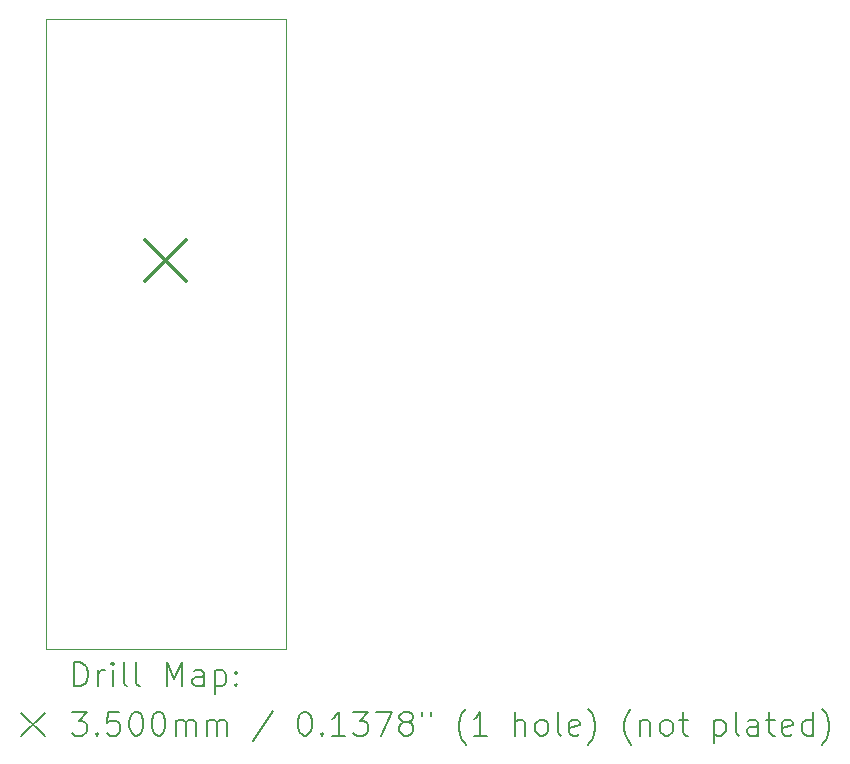
<source format=gbr>
%TF.GenerationSoftware,KiCad,Pcbnew,7.0.2*%
%TF.CreationDate,2023-05-13T17:25:26+02:00*%
%TF.ProjectId,Einschaltstrombegrenzung,45696e73-6368-4616-9c74-7374726f6d62,rev?*%
%TF.SameCoordinates,Original*%
%TF.FileFunction,Drillmap*%
%TF.FilePolarity,Positive*%
%FSLAX45Y45*%
G04 Gerber Fmt 4.5, Leading zero omitted, Abs format (unit mm)*
G04 Created by KiCad (PCBNEW 7.0.2) date 2023-05-13 17:25:26*
%MOMM*%
%LPD*%
G01*
G04 APERTURE LIST*
%ADD10C,0.100000*%
%ADD11C,0.200000*%
%ADD12C,0.350000*%
G04 APERTURE END LIST*
D10*
X12700000Y-11938000D02*
X12700000Y-6604000D01*
X14732000Y-6604000D02*
X14732000Y-11938000D01*
X12700000Y-6604000D02*
X14732000Y-6604000D01*
X14732000Y-11938000D02*
X12700000Y-11938000D01*
D11*
D12*
X13541000Y-8480000D02*
X13891000Y-8830000D01*
X13891000Y-8480000D02*
X13541000Y-8830000D01*
D11*
X12942619Y-12255524D02*
X12942619Y-12055524D01*
X12942619Y-12055524D02*
X12990238Y-12055524D01*
X12990238Y-12055524D02*
X13018809Y-12065048D01*
X13018809Y-12065048D02*
X13037857Y-12084095D01*
X13037857Y-12084095D02*
X13047381Y-12103143D01*
X13047381Y-12103143D02*
X13056905Y-12141238D01*
X13056905Y-12141238D02*
X13056905Y-12169809D01*
X13056905Y-12169809D02*
X13047381Y-12207905D01*
X13047381Y-12207905D02*
X13037857Y-12226952D01*
X13037857Y-12226952D02*
X13018809Y-12246000D01*
X13018809Y-12246000D02*
X12990238Y-12255524D01*
X12990238Y-12255524D02*
X12942619Y-12255524D01*
X13142619Y-12255524D02*
X13142619Y-12122190D01*
X13142619Y-12160286D02*
X13152143Y-12141238D01*
X13152143Y-12141238D02*
X13161667Y-12131714D01*
X13161667Y-12131714D02*
X13180714Y-12122190D01*
X13180714Y-12122190D02*
X13199762Y-12122190D01*
X13266428Y-12255524D02*
X13266428Y-12122190D01*
X13266428Y-12055524D02*
X13256905Y-12065048D01*
X13256905Y-12065048D02*
X13266428Y-12074571D01*
X13266428Y-12074571D02*
X13275952Y-12065048D01*
X13275952Y-12065048D02*
X13266428Y-12055524D01*
X13266428Y-12055524D02*
X13266428Y-12074571D01*
X13390238Y-12255524D02*
X13371190Y-12246000D01*
X13371190Y-12246000D02*
X13361667Y-12226952D01*
X13361667Y-12226952D02*
X13361667Y-12055524D01*
X13495000Y-12255524D02*
X13475952Y-12246000D01*
X13475952Y-12246000D02*
X13466428Y-12226952D01*
X13466428Y-12226952D02*
X13466428Y-12055524D01*
X13723571Y-12255524D02*
X13723571Y-12055524D01*
X13723571Y-12055524D02*
X13790238Y-12198381D01*
X13790238Y-12198381D02*
X13856905Y-12055524D01*
X13856905Y-12055524D02*
X13856905Y-12255524D01*
X14037857Y-12255524D02*
X14037857Y-12150762D01*
X14037857Y-12150762D02*
X14028333Y-12131714D01*
X14028333Y-12131714D02*
X14009286Y-12122190D01*
X14009286Y-12122190D02*
X13971190Y-12122190D01*
X13971190Y-12122190D02*
X13952143Y-12131714D01*
X14037857Y-12246000D02*
X14018809Y-12255524D01*
X14018809Y-12255524D02*
X13971190Y-12255524D01*
X13971190Y-12255524D02*
X13952143Y-12246000D01*
X13952143Y-12246000D02*
X13942619Y-12226952D01*
X13942619Y-12226952D02*
X13942619Y-12207905D01*
X13942619Y-12207905D02*
X13952143Y-12188857D01*
X13952143Y-12188857D02*
X13971190Y-12179333D01*
X13971190Y-12179333D02*
X14018809Y-12179333D01*
X14018809Y-12179333D02*
X14037857Y-12169809D01*
X14133095Y-12122190D02*
X14133095Y-12322190D01*
X14133095Y-12131714D02*
X14152143Y-12122190D01*
X14152143Y-12122190D02*
X14190238Y-12122190D01*
X14190238Y-12122190D02*
X14209286Y-12131714D01*
X14209286Y-12131714D02*
X14218809Y-12141238D01*
X14218809Y-12141238D02*
X14228333Y-12160286D01*
X14228333Y-12160286D02*
X14228333Y-12217428D01*
X14228333Y-12217428D02*
X14218809Y-12236476D01*
X14218809Y-12236476D02*
X14209286Y-12246000D01*
X14209286Y-12246000D02*
X14190238Y-12255524D01*
X14190238Y-12255524D02*
X14152143Y-12255524D01*
X14152143Y-12255524D02*
X14133095Y-12246000D01*
X14314048Y-12236476D02*
X14323571Y-12246000D01*
X14323571Y-12246000D02*
X14314048Y-12255524D01*
X14314048Y-12255524D02*
X14304524Y-12246000D01*
X14304524Y-12246000D02*
X14314048Y-12236476D01*
X14314048Y-12236476D02*
X14314048Y-12255524D01*
X14314048Y-12131714D02*
X14323571Y-12141238D01*
X14323571Y-12141238D02*
X14314048Y-12150762D01*
X14314048Y-12150762D02*
X14304524Y-12141238D01*
X14304524Y-12141238D02*
X14314048Y-12131714D01*
X14314048Y-12131714D02*
X14314048Y-12150762D01*
X12495000Y-12483000D02*
X12695000Y-12683000D01*
X12695000Y-12483000D02*
X12495000Y-12683000D01*
X12923571Y-12475524D02*
X13047381Y-12475524D01*
X13047381Y-12475524D02*
X12980714Y-12551714D01*
X12980714Y-12551714D02*
X13009286Y-12551714D01*
X13009286Y-12551714D02*
X13028333Y-12561238D01*
X13028333Y-12561238D02*
X13037857Y-12570762D01*
X13037857Y-12570762D02*
X13047381Y-12589809D01*
X13047381Y-12589809D02*
X13047381Y-12637428D01*
X13047381Y-12637428D02*
X13037857Y-12656476D01*
X13037857Y-12656476D02*
X13028333Y-12666000D01*
X13028333Y-12666000D02*
X13009286Y-12675524D01*
X13009286Y-12675524D02*
X12952143Y-12675524D01*
X12952143Y-12675524D02*
X12933095Y-12666000D01*
X12933095Y-12666000D02*
X12923571Y-12656476D01*
X13133095Y-12656476D02*
X13142619Y-12666000D01*
X13142619Y-12666000D02*
X13133095Y-12675524D01*
X13133095Y-12675524D02*
X13123571Y-12666000D01*
X13123571Y-12666000D02*
X13133095Y-12656476D01*
X13133095Y-12656476D02*
X13133095Y-12675524D01*
X13323571Y-12475524D02*
X13228333Y-12475524D01*
X13228333Y-12475524D02*
X13218809Y-12570762D01*
X13218809Y-12570762D02*
X13228333Y-12561238D01*
X13228333Y-12561238D02*
X13247381Y-12551714D01*
X13247381Y-12551714D02*
X13295000Y-12551714D01*
X13295000Y-12551714D02*
X13314048Y-12561238D01*
X13314048Y-12561238D02*
X13323571Y-12570762D01*
X13323571Y-12570762D02*
X13333095Y-12589809D01*
X13333095Y-12589809D02*
X13333095Y-12637428D01*
X13333095Y-12637428D02*
X13323571Y-12656476D01*
X13323571Y-12656476D02*
X13314048Y-12666000D01*
X13314048Y-12666000D02*
X13295000Y-12675524D01*
X13295000Y-12675524D02*
X13247381Y-12675524D01*
X13247381Y-12675524D02*
X13228333Y-12666000D01*
X13228333Y-12666000D02*
X13218809Y-12656476D01*
X13456905Y-12475524D02*
X13475952Y-12475524D01*
X13475952Y-12475524D02*
X13495000Y-12485048D01*
X13495000Y-12485048D02*
X13504524Y-12494571D01*
X13504524Y-12494571D02*
X13514048Y-12513619D01*
X13514048Y-12513619D02*
X13523571Y-12551714D01*
X13523571Y-12551714D02*
X13523571Y-12599333D01*
X13523571Y-12599333D02*
X13514048Y-12637428D01*
X13514048Y-12637428D02*
X13504524Y-12656476D01*
X13504524Y-12656476D02*
X13495000Y-12666000D01*
X13495000Y-12666000D02*
X13475952Y-12675524D01*
X13475952Y-12675524D02*
X13456905Y-12675524D01*
X13456905Y-12675524D02*
X13437857Y-12666000D01*
X13437857Y-12666000D02*
X13428333Y-12656476D01*
X13428333Y-12656476D02*
X13418809Y-12637428D01*
X13418809Y-12637428D02*
X13409286Y-12599333D01*
X13409286Y-12599333D02*
X13409286Y-12551714D01*
X13409286Y-12551714D02*
X13418809Y-12513619D01*
X13418809Y-12513619D02*
X13428333Y-12494571D01*
X13428333Y-12494571D02*
X13437857Y-12485048D01*
X13437857Y-12485048D02*
X13456905Y-12475524D01*
X13647381Y-12475524D02*
X13666429Y-12475524D01*
X13666429Y-12475524D02*
X13685476Y-12485048D01*
X13685476Y-12485048D02*
X13695000Y-12494571D01*
X13695000Y-12494571D02*
X13704524Y-12513619D01*
X13704524Y-12513619D02*
X13714048Y-12551714D01*
X13714048Y-12551714D02*
X13714048Y-12599333D01*
X13714048Y-12599333D02*
X13704524Y-12637428D01*
X13704524Y-12637428D02*
X13695000Y-12656476D01*
X13695000Y-12656476D02*
X13685476Y-12666000D01*
X13685476Y-12666000D02*
X13666429Y-12675524D01*
X13666429Y-12675524D02*
X13647381Y-12675524D01*
X13647381Y-12675524D02*
X13628333Y-12666000D01*
X13628333Y-12666000D02*
X13618809Y-12656476D01*
X13618809Y-12656476D02*
X13609286Y-12637428D01*
X13609286Y-12637428D02*
X13599762Y-12599333D01*
X13599762Y-12599333D02*
X13599762Y-12551714D01*
X13599762Y-12551714D02*
X13609286Y-12513619D01*
X13609286Y-12513619D02*
X13618809Y-12494571D01*
X13618809Y-12494571D02*
X13628333Y-12485048D01*
X13628333Y-12485048D02*
X13647381Y-12475524D01*
X13799762Y-12675524D02*
X13799762Y-12542190D01*
X13799762Y-12561238D02*
X13809286Y-12551714D01*
X13809286Y-12551714D02*
X13828333Y-12542190D01*
X13828333Y-12542190D02*
X13856905Y-12542190D01*
X13856905Y-12542190D02*
X13875952Y-12551714D01*
X13875952Y-12551714D02*
X13885476Y-12570762D01*
X13885476Y-12570762D02*
X13885476Y-12675524D01*
X13885476Y-12570762D02*
X13895000Y-12551714D01*
X13895000Y-12551714D02*
X13914048Y-12542190D01*
X13914048Y-12542190D02*
X13942619Y-12542190D01*
X13942619Y-12542190D02*
X13961667Y-12551714D01*
X13961667Y-12551714D02*
X13971190Y-12570762D01*
X13971190Y-12570762D02*
X13971190Y-12675524D01*
X14066429Y-12675524D02*
X14066429Y-12542190D01*
X14066429Y-12561238D02*
X14075952Y-12551714D01*
X14075952Y-12551714D02*
X14095000Y-12542190D01*
X14095000Y-12542190D02*
X14123571Y-12542190D01*
X14123571Y-12542190D02*
X14142619Y-12551714D01*
X14142619Y-12551714D02*
X14152143Y-12570762D01*
X14152143Y-12570762D02*
X14152143Y-12675524D01*
X14152143Y-12570762D02*
X14161667Y-12551714D01*
X14161667Y-12551714D02*
X14180714Y-12542190D01*
X14180714Y-12542190D02*
X14209286Y-12542190D01*
X14209286Y-12542190D02*
X14228333Y-12551714D01*
X14228333Y-12551714D02*
X14237857Y-12570762D01*
X14237857Y-12570762D02*
X14237857Y-12675524D01*
X14628333Y-12466000D02*
X14456905Y-12723143D01*
X14885476Y-12475524D02*
X14904524Y-12475524D01*
X14904524Y-12475524D02*
X14923572Y-12485048D01*
X14923572Y-12485048D02*
X14933095Y-12494571D01*
X14933095Y-12494571D02*
X14942619Y-12513619D01*
X14942619Y-12513619D02*
X14952143Y-12551714D01*
X14952143Y-12551714D02*
X14952143Y-12599333D01*
X14952143Y-12599333D02*
X14942619Y-12637428D01*
X14942619Y-12637428D02*
X14933095Y-12656476D01*
X14933095Y-12656476D02*
X14923572Y-12666000D01*
X14923572Y-12666000D02*
X14904524Y-12675524D01*
X14904524Y-12675524D02*
X14885476Y-12675524D01*
X14885476Y-12675524D02*
X14866429Y-12666000D01*
X14866429Y-12666000D02*
X14856905Y-12656476D01*
X14856905Y-12656476D02*
X14847381Y-12637428D01*
X14847381Y-12637428D02*
X14837857Y-12599333D01*
X14837857Y-12599333D02*
X14837857Y-12551714D01*
X14837857Y-12551714D02*
X14847381Y-12513619D01*
X14847381Y-12513619D02*
X14856905Y-12494571D01*
X14856905Y-12494571D02*
X14866429Y-12485048D01*
X14866429Y-12485048D02*
X14885476Y-12475524D01*
X15037857Y-12656476D02*
X15047381Y-12666000D01*
X15047381Y-12666000D02*
X15037857Y-12675524D01*
X15037857Y-12675524D02*
X15028333Y-12666000D01*
X15028333Y-12666000D02*
X15037857Y-12656476D01*
X15037857Y-12656476D02*
X15037857Y-12675524D01*
X15237857Y-12675524D02*
X15123572Y-12675524D01*
X15180714Y-12675524D02*
X15180714Y-12475524D01*
X15180714Y-12475524D02*
X15161667Y-12504095D01*
X15161667Y-12504095D02*
X15142619Y-12523143D01*
X15142619Y-12523143D02*
X15123572Y-12532667D01*
X15304524Y-12475524D02*
X15428333Y-12475524D01*
X15428333Y-12475524D02*
X15361667Y-12551714D01*
X15361667Y-12551714D02*
X15390238Y-12551714D01*
X15390238Y-12551714D02*
X15409286Y-12561238D01*
X15409286Y-12561238D02*
X15418810Y-12570762D01*
X15418810Y-12570762D02*
X15428333Y-12589809D01*
X15428333Y-12589809D02*
X15428333Y-12637428D01*
X15428333Y-12637428D02*
X15418810Y-12656476D01*
X15418810Y-12656476D02*
X15409286Y-12666000D01*
X15409286Y-12666000D02*
X15390238Y-12675524D01*
X15390238Y-12675524D02*
X15333095Y-12675524D01*
X15333095Y-12675524D02*
X15314048Y-12666000D01*
X15314048Y-12666000D02*
X15304524Y-12656476D01*
X15495000Y-12475524D02*
X15628333Y-12475524D01*
X15628333Y-12475524D02*
X15542619Y-12675524D01*
X15733095Y-12561238D02*
X15714048Y-12551714D01*
X15714048Y-12551714D02*
X15704524Y-12542190D01*
X15704524Y-12542190D02*
X15695000Y-12523143D01*
X15695000Y-12523143D02*
X15695000Y-12513619D01*
X15695000Y-12513619D02*
X15704524Y-12494571D01*
X15704524Y-12494571D02*
X15714048Y-12485048D01*
X15714048Y-12485048D02*
X15733095Y-12475524D01*
X15733095Y-12475524D02*
X15771191Y-12475524D01*
X15771191Y-12475524D02*
X15790238Y-12485048D01*
X15790238Y-12485048D02*
X15799762Y-12494571D01*
X15799762Y-12494571D02*
X15809286Y-12513619D01*
X15809286Y-12513619D02*
X15809286Y-12523143D01*
X15809286Y-12523143D02*
X15799762Y-12542190D01*
X15799762Y-12542190D02*
X15790238Y-12551714D01*
X15790238Y-12551714D02*
X15771191Y-12561238D01*
X15771191Y-12561238D02*
X15733095Y-12561238D01*
X15733095Y-12561238D02*
X15714048Y-12570762D01*
X15714048Y-12570762D02*
X15704524Y-12580286D01*
X15704524Y-12580286D02*
X15695000Y-12599333D01*
X15695000Y-12599333D02*
X15695000Y-12637428D01*
X15695000Y-12637428D02*
X15704524Y-12656476D01*
X15704524Y-12656476D02*
X15714048Y-12666000D01*
X15714048Y-12666000D02*
X15733095Y-12675524D01*
X15733095Y-12675524D02*
X15771191Y-12675524D01*
X15771191Y-12675524D02*
X15790238Y-12666000D01*
X15790238Y-12666000D02*
X15799762Y-12656476D01*
X15799762Y-12656476D02*
X15809286Y-12637428D01*
X15809286Y-12637428D02*
X15809286Y-12599333D01*
X15809286Y-12599333D02*
X15799762Y-12580286D01*
X15799762Y-12580286D02*
X15790238Y-12570762D01*
X15790238Y-12570762D02*
X15771191Y-12561238D01*
X15885476Y-12475524D02*
X15885476Y-12513619D01*
X15961667Y-12475524D02*
X15961667Y-12513619D01*
X16256905Y-12751714D02*
X16247381Y-12742190D01*
X16247381Y-12742190D02*
X16228334Y-12713619D01*
X16228334Y-12713619D02*
X16218810Y-12694571D01*
X16218810Y-12694571D02*
X16209286Y-12666000D01*
X16209286Y-12666000D02*
X16199762Y-12618381D01*
X16199762Y-12618381D02*
X16199762Y-12580286D01*
X16199762Y-12580286D02*
X16209286Y-12532667D01*
X16209286Y-12532667D02*
X16218810Y-12504095D01*
X16218810Y-12504095D02*
X16228334Y-12485048D01*
X16228334Y-12485048D02*
X16247381Y-12456476D01*
X16247381Y-12456476D02*
X16256905Y-12446952D01*
X16437857Y-12675524D02*
X16323572Y-12675524D01*
X16380714Y-12675524D02*
X16380714Y-12475524D01*
X16380714Y-12475524D02*
X16361667Y-12504095D01*
X16361667Y-12504095D02*
X16342619Y-12523143D01*
X16342619Y-12523143D02*
X16323572Y-12532667D01*
X16675953Y-12675524D02*
X16675953Y-12475524D01*
X16761667Y-12675524D02*
X16761667Y-12570762D01*
X16761667Y-12570762D02*
X16752143Y-12551714D01*
X16752143Y-12551714D02*
X16733096Y-12542190D01*
X16733096Y-12542190D02*
X16704524Y-12542190D01*
X16704524Y-12542190D02*
X16685476Y-12551714D01*
X16685476Y-12551714D02*
X16675953Y-12561238D01*
X16885477Y-12675524D02*
X16866429Y-12666000D01*
X16866429Y-12666000D02*
X16856905Y-12656476D01*
X16856905Y-12656476D02*
X16847381Y-12637428D01*
X16847381Y-12637428D02*
X16847381Y-12580286D01*
X16847381Y-12580286D02*
X16856905Y-12561238D01*
X16856905Y-12561238D02*
X16866429Y-12551714D01*
X16866429Y-12551714D02*
X16885477Y-12542190D01*
X16885477Y-12542190D02*
X16914048Y-12542190D01*
X16914048Y-12542190D02*
X16933096Y-12551714D01*
X16933096Y-12551714D02*
X16942619Y-12561238D01*
X16942619Y-12561238D02*
X16952143Y-12580286D01*
X16952143Y-12580286D02*
X16952143Y-12637428D01*
X16952143Y-12637428D02*
X16942619Y-12656476D01*
X16942619Y-12656476D02*
X16933096Y-12666000D01*
X16933096Y-12666000D02*
X16914048Y-12675524D01*
X16914048Y-12675524D02*
X16885477Y-12675524D01*
X17066429Y-12675524D02*
X17047381Y-12666000D01*
X17047381Y-12666000D02*
X17037858Y-12646952D01*
X17037858Y-12646952D02*
X17037858Y-12475524D01*
X17218810Y-12666000D02*
X17199762Y-12675524D01*
X17199762Y-12675524D02*
X17161667Y-12675524D01*
X17161667Y-12675524D02*
X17142619Y-12666000D01*
X17142619Y-12666000D02*
X17133096Y-12646952D01*
X17133096Y-12646952D02*
X17133096Y-12570762D01*
X17133096Y-12570762D02*
X17142619Y-12551714D01*
X17142619Y-12551714D02*
X17161667Y-12542190D01*
X17161667Y-12542190D02*
X17199762Y-12542190D01*
X17199762Y-12542190D02*
X17218810Y-12551714D01*
X17218810Y-12551714D02*
X17228334Y-12570762D01*
X17228334Y-12570762D02*
X17228334Y-12589809D01*
X17228334Y-12589809D02*
X17133096Y-12608857D01*
X17295000Y-12751714D02*
X17304524Y-12742190D01*
X17304524Y-12742190D02*
X17323572Y-12713619D01*
X17323572Y-12713619D02*
X17333096Y-12694571D01*
X17333096Y-12694571D02*
X17342619Y-12666000D01*
X17342619Y-12666000D02*
X17352143Y-12618381D01*
X17352143Y-12618381D02*
X17352143Y-12580286D01*
X17352143Y-12580286D02*
X17342619Y-12532667D01*
X17342619Y-12532667D02*
X17333096Y-12504095D01*
X17333096Y-12504095D02*
X17323572Y-12485048D01*
X17323572Y-12485048D02*
X17304524Y-12456476D01*
X17304524Y-12456476D02*
X17295000Y-12446952D01*
X17656905Y-12751714D02*
X17647381Y-12742190D01*
X17647381Y-12742190D02*
X17628334Y-12713619D01*
X17628334Y-12713619D02*
X17618810Y-12694571D01*
X17618810Y-12694571D02*
X17609286Y-12666000D01*
X17609286Y-12666000D02*
X17599762Y-12618381D01*
X17599762Y-12618381D02*
X17599762Y-12580286D01*
X17599762Y-12580286D02*
X17609286Y-12532667D01*
X17609286Y-12532667D02*
X17618810Y-12504095D01*
X17618810Y-12504095D02*
X17628334Y-12485048D01*
X17628334Y-12485048D02*
X17647381Y-12456476D01*
X17647381Y-12456476D02*
X17656905Y-12446952D01*
X17733096Y-12542190D02*
X17733096Y-12675524D01*
X17733096Y-12561238D02*
X17742619Y-12551714D01*
X17742619Y-12551714D02*
X17761667Y-12542190D01*
X17761667Y-12542190D02*
X17790239Y-12542190D01*
X17790239Y-12542190D02*
X17809286Y-12551714D01*
X17809286Y-12551714D02*
X17818810Y-12570762D01*
X17818810Y-12570762D02*
X17818810Y-12675524D01*
X17942619Y-12675524D02*
X17923572Y-12666000D01*
X17923572Y-12666000D02*
X17914048Y-12656476D01*
X17914048Y-12656476D02*
X17904524Y-12637428D01*
X17904524Y-12637428D02*
X17904524Y-12580286D01*
X17904524Y-12580286D02*
X17914048Y-12561238D01*
X17914048Y-12561238D02*
X17923572Y-12551714D01*
X17923572Y-12551714D02*
X17942619Y-12542190D01*
X17942619Y-12542190D02*
X17971191Y-12542190D01*
X17971191Y-12542190D02*
X17990239Y-12551714D01*
X17990239Y-12551714D02*
X17999762Y-12561238D01*
X17999762Y-12561238D02*
X18009286Y-12580286D01*
X18009286Y-12580286D02*
X18009286Y-12637428D01*
X18009286Y-12637428D02*
X17999762Y-12656476D01*
X17999762Y-12656476D02*
X17990239Y-12666000D01*
X17990239Y-12666000D02*
X17971191Y-12675524D01*
X17971191Y-12675524D02*
X17942619Y-12675524D01*
X18066429Y-12542190D02*
X18142619Y-12542190D01*
X18095000Y-12475524D02*
X18095000Y-12646952D01*
X18095000Y-12646952D02*
X18104524Y-12666000D01*
X18104524Y-12666000D02*
X18123572Y-12675524D01*
X18123572Y-12675524D02*
X18142619Y-12675524D01*
X18361667Y-12542190D02*
X18361667Y-12742190D01*
X18361667Y-12551714D02*
X18380715Y-12542190D01*
X18380715Y-12542190D02*
X18418810Y-12542190D01*
X18418810Y-12542190D02*
X18437858Y-12551714D01*
X18437858Y-12551714D02*
X18447381Y-12561238D01*
X18447381Y-12561238D02*
X18456905Y-12580286D01*
X18456905Y-12580286D02*
X18456905Y-12637428D01*
X18456905Y-12637428D02*
X18447381Y-12656476D01*
X18447381Y-12656476D02*
X18437858Y-12666000D01*
X18437858Y-12666000D02*
X18418810Y-12675524D01*
X18418810Y-12675524D02*
X18380715Y-12675524D01*
X18380715Y-12675524D02*
X18361667Y-12666000D01*
X18571191Y-12675524D02*
X18552143Y-12666000D01*
X18552143Y-12666000D02*
X18542620Y-12646952D01*
X18542620Y-12646952D02*
X18542620Y-12475524D01*
X18733096Y-12675524D02*
X18733096Y-12570762D01*
X18733096Y-12570762D02*
X18723572Y-12551714D01*
X18723572Y-12551714D02*
X18704524Y-12542190D01*
X18704524Y-12542190D02*
X18666429Y-12542190D01*
X18666429Y-12542190D02*
X18647381Y-12551714D01*
X18733096Y-12666000D02*
X18714048Y-12675524D01*
X18714048Y-12675524D02*
X18666429Y-12675524D01*
X18666429Y-12675524D02*
X18647381Y-12666000D01*
X18647381Y-12666000D02*
X18637858Y-12646952D01*
X18637858Y-12646952D02*
X18637858Y-12627905D01*
X18637858Y-12627905D02*
X18647381Y-12608857D01*
X18647381Y-12608857D02*
X18666429Y-12599333D01*
X18666429Y-12599333D02*
X18714048Y-12599333D01*
X18714048Y-12599333D02*
X18733096Y-12589809D01*
X18799762Y-12542190D02*
X18875953Y-12542190D01*
X18828334Y-12475524D02*
X18828334Y-12646952D01*
X18828334Y-12646952D02*
X18837858Y-12666000D01*
X18837858Y-12666000D02*
X18856905Y-12675524D01*
X18856905Y-12675524D02*
X18875953Y-12675524D01*
X19018810Y-12666000D02*
X18999762Y-12675524D01*
X18999762Y-12675524D02*
X18961667Y-12675524D01*
X18961667Y-12675524D02*
X18942620Y-12666000D01*
X18942620Y-12666000D02*
X18933096Y-12646952D01*
X18933096Y-12646952D02*
X18933096Y-12570762D01*
X18933096Y-12570762D02*
X18942620Y-12551714D01*
X18942620Y-12551714D02*
X18961667Y-12542190D01*
X18961667Y-12542190D02*
X18999762Y-12542190D01*
X18999762Y-12542190D02*
X19018810Y-12551714D01*
X19018810Y-12551714D02*
X19028334Y-12570762D01*
X19028334Y-12570762D02*
X19028334Y-12589809D01*
X19028334Y-12589809D02*
X18933096Y-12608857D01*
X19199762Y-12675524D02*
X19199762Y-12475524D01*
X19199762Y-12666000D02*
X19180715Y-12675524D01*
X19180715Y-12675524D02*
X19142620Y-12675524D01*
X19142620Y-12675524D02*
X19123572Y-12666000D01*
X19123572Y-12666000D02*
X19114048Y-12656476D01*
X19114048Y-12656476D02*
X19104524Y-12637428D01*
X19104524Y-12637428D02*
X19104524Y-12580286D01*
X19104524Y-12580286D02*
X19114048Y-12561238D01*
X19114048Y-12561238D02*
X19123572Y-12551714D01*
X19123572Y-12551714D02*
X19142620Y-12542190D01*
X19142620Y-12542190D02*
X19180715Y-12542190D01*
X19180715Y-12542190D02*
X19199762Y-12551714D01*
X19275953Y-12751714D02*
X19285477Y-12742190D01*
X19285477Y-12742190D02*
X19304524Y-12713619D01*
X19304524Y-12713619D02*
X19314048Y-12694571D01*
X19314048Y-12694571D02*
X19323572Y-12666000D01*
X19323572Y-12666000D02*
X19333096Y-12618381D01*
X19333096Y-12618381D02*
X19333096Y-12580286D01*
X19333096Y-12580286D02*
X19323572Y-12532667D01*
X19323572Y-12532667D02*
X19314048Y-12504095D01*
X19314048Y-12504095D02*
X19304524Y-12485048D01*
X19304524Y-12485048D02*
X19285477Y-12456476D01*
X19285477Y-12456476D02*
X19275953Y-12446952D01*
M02*

</source>
